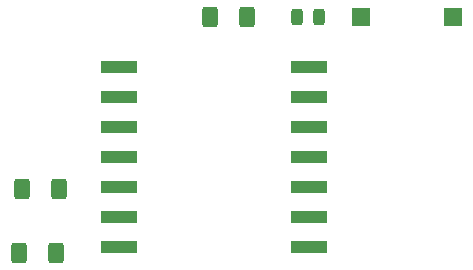
<source format=gbr>
%TF.GenerationSoftware,KiCad,Pcbnew,8.0.7*%
%TF.CreationDate,2025-04-29T17:51:56-05:00*%
%TF.ProjectId,PCB_Glasses,5043425f-476c-4617-9373-65732e6b6963,rev?*%
%TF.SameCoordinates,Original*%
%TF.FileFunction,Paste,Top*%
%TF.FilePolarity,Positive*%
%FSLAX46Y46*%
G04 Gerber Fmt 4.6, Leading zero omitted, Abs format (unit mm)*
G04 Created by KiCad (PCBNEW 8.0.7) date 2025-04-29 17:51:56*
%MOMM*%
%LPD*%
G01*
G04 APERTURE LIST*
G04 Aperture macros list*
%AMRoundRect*
0 Rectangle with rounded corners*
0 $1 Rounding radius*
0 $2 $3 $4 $5 $6 $7 $8 $9 X,Y pos of 4 corners*
0 Add a 4 corners polygon primitive as box body*
4,1,4,$2,$3,$4,$5,$6,$7,$8,$9,$2,$3,0*
0 Add four circle primitives for the rounded corners*
1,1,$1+$1,$2,$3*
1,1,$1+$1,$4,$5*
1,1,$1+$1,$6,$7*
1,1,$1+$1,$8,$9*
0 Add four rect primitives between the rounded corners*
20,1,$1+$1,$2,$3,$4,$5,0*
20,1,$1+$1,$4,$5,$6,$7,0*
20,1,$1+$1,$6,$7,$8,$9,0*
20,1,$1+$1,$8,$9,$2,$3,0*%
G04 Aperture macros list end*
%ADD10R,1.500000X1.500000*%
%ADD11R,3.150000X1.000000*%
%ADD12RoundRect,0.243750X0.243750X0.456250X-0.243750X0.456250X-0.243750X-0.456250X0.243750X-0.456250X0*%
%ADD13RoundRect,0.250000X-0.400000X-0.625000X0.400000X-0.625000X0.400000X0.625000X-0.400000X0.625000X0*%
%ADD14RoundRect,0.250000X0.400000X0.625000X-0.400000X0.625000X-0.400000X-0.625000X0.400000X-0.625000X0*%
G04 APERTURE END LIST*
D10*
%TO.C,SW1*%
X58510000Y-29210000D03*
X50710000Y-29210000D03*
%TD*%
D11*
%TO.C,U1*%
X46275000Y-48740000D03*
X46275000Y-46200000D03*
X46275000Y-43660000D03*
X46275000Y-41120000D03*
X46275000Y-38580000D03*
X46275000Y-36040000D03*
X46275000Y-33500000D03*
X30250000Y-33500000D03*
X30250000Y-36040000D03*
X30250000Y-38580000D03*
X30250000Y-41120000D03*
X30250000Y-43660000D03*
X30250000Y-46200000D03*
X30250000Y-48740000D03*
%TD*%
D12*
%TO.C,D1*%
X47187500Y-29250000D03*
X45312500Y-29250000D03*
%TD*%
D13*
%TO.C,R2*%
X21750000Y-49250000D03*
X24850000Y-49250000D03*
%TD*%
%TO.C,R1*%
X22000000Y-43815000D03*
X25100000Y-43815000D03*
%TD*%
D14*
%TO.C,R3*%
X41050000Y-29250000D03*
X37950000Y-29250000D03*
%TD*%
M02*

</source>
